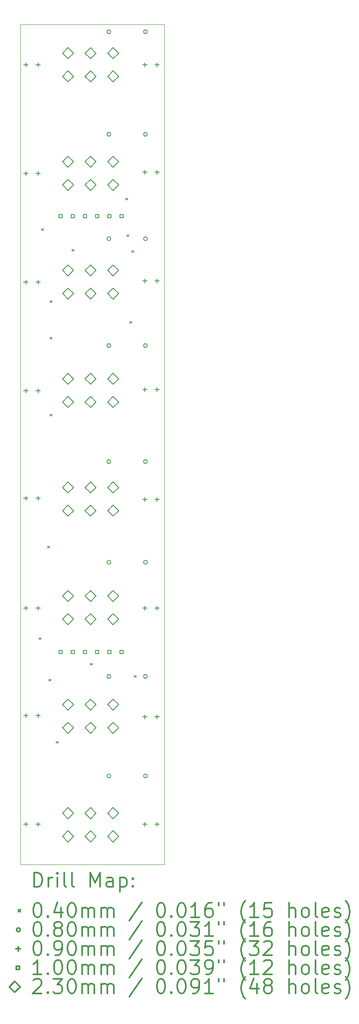
<source format=gbr>
%FSLAX45Y45*%
G04 Gerber Fmt 4.5, Leading zero omitted, Abs format (unit mm)*
G04 Created by KiCad (PCBNEW (5.1.5)-3) date 2020-05-19 17:08:53*
%MOMM*%
%LPD*%
G04 APERTURE LIST*
%TA.AperFunction,Profile*%
%ADD10C,0.050000*%
%TD*%
%ADD11C,0.200000*%
%ADD12C,0.300000*%
G04 APERTURE END LIST*
D10*
X11887200Y-19278600D02*
X14882200Y-19278600D01*
X14882200Y-1803400D02*
X14882200Y-19278600D01*
X11887200Y-1803400D02*
X11887200Y-19278600D01*
X11887200Y-1803400D02*
X14882200Y-1803400D01*
D11*
X12273600Y-14559600D02*
X12313600Y-14599600D01*
X12313600Y-14559600D02*
X12273600Y-14599600D01*
X12324400Y-6050600D02*
X12364400Y-6090600D01*
X12364400Y-6050600D02*
X12324400Y-6090600D01*
X12451400Y-12654600D02*
X12491400Y-12694600D01*
X12491400Y-12654600D02*
X12451400Y-12694600D01*
X12476800Y-15423200D02*
X12516800Y-15463200D01*
X12516800Y-15423200D02*
X12476800Y-15463200D01*
X12502200Y-7549200D02*
X12542200Y-7589200D01*
X12542200Y-7549200D02*
X12502200Y-7589200D01*
X12502200Y-8311200D02*
X12542200Y-8351200D01*
X12542200Y-8311200D02*
X12502200Y-8351200D01*
X12502200Y-9911400D02*
X12542200Y-9951400D01*
X12542200Y-9911400D02*
X12502200Y-9951400D01*
X12629200Y-16718600D02*
X12669200Y-16758600D01*
X12669200Y-16718600D02*
X12629200Y-16758600D01*
X12959400Y-6482400D02*
X12999400Y-6522400D01*
X12999400Y-6482400D02*
X12959400Y-6522400D01*
X13340400Y-15093000D02*
X13380400Y-15133000D01*
X13380400Y-15093000D02*
X13340400Y-15133000D01*
X14077000Y-5415600D02*
X14117000Y-5455600D01*
X14117000Y-5415600D02*
X14077000Y-5455600D01*
X14102400Y-6177600D02*
X14142400Y-6217600D01*
X14142400Y-6177600D02*
X14102400Y-6217600D01*
X14162000Y-7981000D02*
X14202000Y-8021000D01*
X14202000Y-7981000D02*
X14162000Y-8021000D01*
X14204000Y-6507800D02*
X14244000Y-6547800D01*
X14244000Y-6507800D02*
X14204000Y-6547800D01*
X14254800Y-15347000D02*
X14294800Y-15387000D01*
X14294800Y-15347000D02*
X14254800Y-15387000D01*
X13768700Y-12992100D02*
G75*
G03X13768700Y-12992100I-40000J0D01*
G01*
X14530700Y-12992100D02*
G75*
G03X14530700Y-12992100I-40000J0D01*
G01*
X13768700Y-17437100D02*
G75*
G03X13768700Y-17437100I-40000J0D01*
G01*
X14530700Y-17437100D02*
G75*
G03X14530700Y-17437100I-40000J0D01*
G01*
X13768700Y-1955800D02*
G75*
G03X13768700Y-1955800I-40000J0D01*
G01*
X14530700Y-1955800D02*
G75*
G03X14530700Y-1955800I-40000J0D01*
G01*
X13768700Y-10896600D02*
G75*
G03X13768700Y-10896600I-40000J0D01*
G01*
X14530700Y-10896600D02*
G75*
G03X14530700Y-10896600I-40000J0D01*
G01*
X13768700Y-8483600D02*
G75*
G03X13768700Y-8483600I-40000J0D01*
G01*
X14530700Y-8483600D02*
G75*
G03X14530700Y-8483600I-40000J0D01*
G01*
X13768700Y-4089400D02*
G75*
G03X13768700Y-4089400I-40000J0D01*
G01*
X14530700Y-4089400D02*
G75*
G03X14530700Y-4089400I-40000J0D01*
G01*
X13768700Y-6261100D02*
G75*
G03X13768700Y-6261100I-40000J0D01*
G01*
X14530700Y-6261100D02*
G75*
G03X14530700Y-6261100I-40000J0D01*
G01*
X13768700Y-15367000D02*
G75*
G03X13768700Y-15367000I-40000J0D01*
G01*
X14530700Y-15367000D02*
G75*
G03X14530700Y-15367000I-40000J0D01*
G01*
X12001500Y-11613600D02*
X12001500Y-11703600D01*
X11956500Y-11658600D02*
X12046500Y-11658600D01*
X12255500Y-11613600D02*
X12255500Y-11703600D01*
X12210500Y-11658600D02*
X12300500Y-11658600D01*
X12001500Y-4857200D02*
X12001500Y-4947200D01*
X11956500Y-4902200D02*
X12046500Y-4902200D01*
X12255500Y-4857200D02*
X12255500Y-4947200D01*
X12210500Y-4902200D02*
X12300500Y-4902200D01*
X14478000Y-9353000D02*
X14478000Y-9443000D01*
X14433000Y-9398000D02*
X14523000Y-9398000D01*
X14732000Y-9353000D02*
X14732000Y-9443000D01*
X14687000Y-9398000D02*
X14777000Y-9398000D01*
X14478000Y-4831800D02*
X14478000Y-4921800D01*
X14433000Y-4876800D02*
X14523000Y-4876800D01*
X14732000Y-4831800D02*
X14732000Y-4921800D01*
X14687000Y-4876800D02*
X14777000Y-4876800D01*
X12001500Y-7117800D02*
X12001500Y-7207800D01*
X11956500Y-7162800D02*
X12046500Y-7162800D01*
X12255500Y-7117800D02*
X12255500Y-7207800D01*
X12210500Y-7162800D02*
X12300500Y-7162800D01*
X12001500Y-9378400D02*
X12001500Y-9468400D01*
X11956500Y-9423400D02*
X12046500Y-9423400D01*
X12255500Y-9378400D02*
X12255500Y-9468400D01*
X12210500Y-9423400D02*
X12300500Y-9423400D01*
X14478000Y-16160200D02*
X14478000Y-16250200D01*
X14433000Y-16205200D02*
X14523000Y-16205200D01*
X14732000Y-16160200D02*
X14732000Y-16250200D01*
X14687000Y-16205200D02*
X14777000Y-16205200D01*
X12001500Y-2596600D02*
X12001500Y-2686600D01*
X11956500Y-2641600D02*
X12046500Y-2641600D01*
X12255500Y-2596600D02*
X12255500Y-2686600D01*
X12210500Y-2641600D02*
X12300500Y-2641600D01*
X14478000Y-7092400D02*
X14478000Y-7182400D01*
X14433000Y-7137400D02*
X14523000Y-7137400D01*
X14732000Y-7092400D02*
X14732000Y-7182400D01*
X14687000Y-7137400D02*
X14777000Y-7137400D01*
X12001500Y-18395400D02*
X12001500Y-18485400D01*
X11956500Y-18440400D02*
X12046500Y-18440400D01*
X12255500Y-18395400D02*
X12255500Y-18485400D01*
X12210500Y-18440400D02*
X12300500Y-18440400D01*
X12001500Y-13899600D02*
X12001500Y-13989600D01*
X11956500Y-13944600D02*
X12046500Y-13944600D01*
X12255500Y-13899600D02*
X12255500Y-13989600D01*
X12210500Y-13944600D02*
X12300500Y-13944600D01*
X12001500Y-16134800D02*
X12001500Y-16224800D01*
X11956500Y-16179800D02*
X12046500Y-16179800D01*
X12255500Y-16134800D02*
X12255500Y-16224800D01*
X12210500Y-16179800D02*
X12300500Y-16179800D01*
X14478000Y-2596600D02*
X14478000Y-2686600D01*
X14433000Y-2641600D02*
X14523000Y-2641600D01*
X14732000Y-2596600D02*
X14732000Y-2686600D01*
X14687000Y-2641600D02*
X14777000Y-2641600D01*
X14478000Y-11639000D02*
X14478000Y-11729000D01*
X14433000Y-11684000D02*
X14523000Y-11684000D01*
X14732000Y-11639000D02*
X14732000Y-11729000D01*
X14687000Y-11684000D02*
X14777000Y-11684000D01*
X14478000Y-13899600D02*
X14478000Y-13989600D01*
X14433000Y-13944600D02*
X14523000Y-13944600D01*
X14732000Y-13899600D02*
X14732000Y-13989600D01*
X14687000Y-13944600D02*
X14777000Y-13944600D01*
X14478000Y-18395400D02*
X14478000Y-18485400D01*
X14433000Y-18440400D02*
X14523000Y-18440400D01*
X14732000Y-18395400D02*
X14732000Y-18485400D01*
X14687000Y-18440400D02*
X14777000Y-18440400D01*
X12760756Y-5826556D02*
X12760756Y-5755844D01*
X12690044Y-5755844D01*
X12690044Y-5826556D01*
X12760756Y-5826556D01*
X13014756Y-5826556D02*
X13014756Y-5755844D01*
X12944044Y-5755844D01*
X12944044Y-5826556D01*
X13014756Y-5826556D01*
X13268756Y-5826556D02*
X13268756Y-5755844D01*
X13198044Y-5755844D01*
X13198044Y-5826556D01*
X13268756Y-5826556D01*
X13522756Y-5826556D02*
X13522756Y-5755844D01*
X13452044Y-5755844D01*
X13452044Y-5826556D01*
X13522756Y-5826556D01*
X13776756Y-5826556D02*
X13776756Y-5755844D01*
X13706044Y-5755844D01*
X13706044Y-5826556D01*
X13776756Y-5826556D01*
X14030756Y-5826556D02*
X14030756Y-5755844D01*
X13960044Y-5755844D01*
X13960044Y-5826556D01*
X14030756Y-5826556D01*
X12760756Y-14894356D02*
X12760756Y-14823644D01*
X12690044Y-14823644D01*
X12690044Y-14894356D01*
X12760756Y-14894356D01*
X13014756Y-14894356D02*
X13014756Y-14823644D01*
X12944044Y-14823644D01*
X12944044Y-14894356D01*
X13014756Y-14894356D01*
X13268756Y-14894356D02*
X13268756Y-14823644D01*
X13198044Y-14823644D01*
X13198044Y-14894356D01*
X13268756Y-14894356D01*
X13522756Y-14894356D02*
X13522756Y-14823644D01*
X13452044Y-14823644D01*
X13452044Y-14894356D01*
X13522756Y-14894356D01*
X13776756Y-14894356D02*
X13776756Y-14823644D01*
X13706044Y-14823644D01*
X13706044Y-14894356D01*
X13776756Y-14894356D01*
X14030756Y-14894356D02*
X14030756Y-14823644D01*
X13960044Y-14823644D01*
X13960044Y-14894356D01*
X14030756Y-14894356D01*
X12877800Y-9291657D02*
X12992800Y-9176657D01*
X12877800Y-9061657D01*
X12762800Y-9176657D01*
X12877800Y-9291657D01*
X12877800Y-9774257D02*
X12992800Y-9659257D01*
X12877800Y-9544257D01*
X12762800Y-9659257D01*
X12877800Y-9774257D01*
X13347700Y-9291657D02*
X13462700Y-9176657D01*
X13347700Y-9061657D01*
X13232700Y-9176657D01*
X13347700Y-9291657D01*
X13347700Y-9774257D02*
X13462700Y-9659257D01*
X13347700Y-9544257D01*
X13232700Y-9659257D01*
X13347700Y-9774257D01*
X13817600Y-9291657D02*
X13932600Y-9176657D01*
X13817600Y-9061657D01*
X13702600Y-9176657D01*
X13817600Y-9291657D01*
X13817600Y-9774257D02*
X13932600Y-9659257D01*
X13817600Y-9544257D01*
X13702600Y-9659257D01*
X13817600Y-9774257D01*
X12877800Y-11550443D02*
X12992800Y-11435443D01*
X12877800Y-11320443D01*
X12762800Y-11435443D01*
X12877800Y-11550443D01*
X12877800Y-12033043D02*
X12992800Y-11918043D01*
X12877800Y-11803043D01*
X12762800Y-11918043D01*
X12877800Y-12033043D01*
X13347700Y-11550443D02*
X13462700Y-11435443D01*
X13347700Y-11320443D01*
X13232700Y-11435443D01*
X13347700Y-11550443D01*
X13347700Y-12033043D02*
X13462700Y-11918043D01*
X13347700Y-11803043D01*
X13232700Y-11918043D01*
X13347700Y-12033043D01*
X13817600Y-11550443D02*
X13932600Y-11435443D01*
X13817600Y-11320443D01*
X13702600Y-11435443D01*
X13817600Y-11550443D01*
X13817600Y-12033043D02*
X13932600Y-11918043D01*
X13817600Y-11803043D01*
X13702600Y-11918043D01*
X13817600Y-12033043D01*
X12877800Y-7032871D02*
X12992800Y-6917871D01*
X12877800Y-6802871D01*
X12762800Y-6917871D01*
X12877800Y-7032871D01*
X12877800Y-7515471D02*
X12992800Y-7400471D01*
X12877800Y-7285471D01*
X12762800Y-7400471D01*
X12877800Y-7515471D01*
X13347700Y-7032871D02*
X13462700Y-6917871D01*
X13347700Y-6802871D01*
X13232700Y-6917871D01*
X13347700Y-7032871D01*
X13347700Y-7515471D02*
X13462700Y-7400471D01*
X13347700Y-7285471D01*
X13232700Y-7400471D01*
X13347700Y-7515471D01*
X13817600Y-7032871D02*
X13932600Y-6917871D01*
X13817600Y-6802871D01*
X13702600Y-6917871D01*
X13817600Y-7032871D01*
X13817600Y-7515471D02*
X13932600Y-7400471D01*
X13817600Y-7285471D01*
X13702600Y-7400471D01*
X13817600Y-7515471D01*
X12877800Y-16068014D02*
X12992800Y-15953014D01*
X12877800Y-15838014D01*
X12762800Y-15953014D01*
X12877800Y-16068014D01*
X12877800Y-16550614D02*
X12992800Y-16435614D01*
X12877800Y-16320614D01*
X12762800Y-16435614D01*
X12877800Y-16550614D01*
X13347700Y-16068014D02*
X13462700Y-15953014D01*
X13347700Y-15838014D01*
X13232700Y-15953014D01*
X13347700Y-16068014D01*
X13347700Y-16550614D02*
X13462700Y-16435614D01*
X13347700Y-16320614D01*
X13232700Y-16435614D01*
X13347700Y-16550614D01*
X13817600Y-16068014D02*
X13932600Y-15953014D01*
X13817600Y-15838014D01*
X13702600Y-15953014D01*
X13817600Y-16068014D01*
X13817600Y-16550614D02*
X13932600Y-16435614D01*
X13817600Y-16320614D01*
X13702600Y-16435614D01*
X13817600Y-16550614D01*
X12877800Y-2515300D02*
X12992800Y-2400300D01*
X12877800Y-2285300D01*
X12762800Y-2400300D01*
X12877800Y-2515300D01*
X12877800Y-2997900D02*
X12992800Y-2882900D01*
X12877800Y-2767900D01*
X12762800Y-2882900D01*
X12877800Y-2997900D01*
X13347700Y-2515300D02*
X13462700Y-2400300D01*
X13347700Y-2285300D01*
X13232700Y-2400300D01*
X13347700Y-2515300D01*
X13347700Y-2997900D02*
X13462700Y-2882900D01*
X13347700Y-2767900D01*
X13232700Y-2882900D01*
X13347700Y-2997900D01*
X13817600Y-2515300D02*
X13932600Y-2400300D01*
X13817600Y-2285300D01*
X13702600Y-2400300D01*
X13817600Y-2515300D01*
X13817600Y-2997900D02*
X13932600Y-2882900D01*
X13817600Y-2767900D01*
X13702600Y-2882900D01*
X13817600Y-2997900D01*
X12877800Y-13809228D02*
X12992800Y-13694228D01*
X12877800Y-13579228D01*
X12762800Y-13694228D01*
X12877800Y-13809228D01*
X12877800Y-14291828D02*
X12992800Y-14176828D01*
X12877800Y-14061828D01*
X12762800Y-14176828D01*
X12877800Y-14291828D01*
X13347700Y-13809228D02*
X13462700Y-13694228D01*
X13347700Y-13579228D01*
X13232700Y-13694228D01*
X13347700Y-13809228D01*
X13347700Y-14291828D02*
X13462700Y-14176828D01*
X13347700Y-14061828D01*
X13232700Y-14176828D01*
X13347700Y-14291828D01*
X13817600Y-13809228D02*
X13932600Y-13694228D01*
X13817600Y-13579228D01*
X13702600Y-13694228D01*
X13817600Y-13809228D01*
X13817600Y-14291828D02*
X13932600Y-14176828D01*
X13817600Y-14061828D01*
X13702600Y-14176828D01*
X13817600Y-14291828D01*
X12877800Y-4774086D02*
X12992800Y-4659086D01*
X12877800Y-4544086D01*
X12762800Y-4659086D01*
X12877800Y-4774086D01*
X12877800Y-5256686D02*
X12992800Y-5141686D01*
X12877800Y-5026686D01*
X12762800Y-5141686D01*
X12877800Y-5256686D01*
X13347700Y-4774086D02*
X13462700Y-4659086D01*
X13347700Y-4544086D01*
X13232700Y-4659086D01*
X13347700Y-4774086D01*
X13347700Y-5256686D02*
X13462700Y-5141686D01*
X13347700Y-5026686D01*
X13232700Y-5141686D01*
X13347700Y-5256686D01*
X13817600Y-4774086D02*
X13932600Y-4659086D01*
X13817600Y-4544086D01*
X13702600Y-4659086D01*
X13817600Y-4774086D01*
X13817600Y-5256686D02*
X13932600Y-5141686D01*
X13817600Y-5026686D01*
X13702600Y-5141686D01*
X13817600Y-5256686D01*
X12877800Y-18326800D02*
X12992800Y-18211800D01*
X12877800Y-18096800D01*
X12762800Y-18211800D01*
X12877800Y-18326800D01*
X12877800Y-18809400D02*
X12992800Y-18694400D01*
X12877800Y-18579400D01*
X12762800Y-18694400D01*
X12877800Y-18809400D01*
X13347700Y-18326800D02*
X13462700Y-18211800D01*
X13347700Y-18096800D01*
X13232700Y-18211800D01*
X13347700Y-18326800D01*
X13347700Y-18809400D02*
X13462700Y-18694400D01*
X13347700Y-18579400D01*
X13232700Y-18694400D01*
X13347700Y-18809400D01*
X13817600Y-18326800D02*
X13932600Y-18211800D01*
X13817600Y-18096800D01*
X13702600Y-18211800D01*
X13817600Y-18326800D01*
X13817600Y-18809400D02*
X13932600Y-18694400D01*
X13817600Y-18579400D01*
X13702600Y-18694400D01*
X13817600Y-18809400D01*
D12*
X12171128Y-19746814D02*
X12171128Y-19446814D01*
X12242557Y-19446814D01*
X12285414Y-19461100D01*
X12313986Y-19489672D01*
X12328271Y-19518243D01*
X12342557Y-19575386D01*
X12342557Y-19618243D01*
X12328271Y-19675386D01*
X12313986Y-19703957D01*
X12285414Y-19732529D01*
X12242557Y-19746814D01*
X12171128Y-19746814D01*
X12471128Y-19746814D02*
X12471128Y-19546814D01*
X12471128Y-19603957D02*
X12485414Y-19575386D01*
X12499700Y-19561100D01*
X12528271Y-19546814D01*
X12556843Y-19546814D01*
X12656843Y-19746814D02*
X12656843Y-19546814D01*
X12656843Y-19446814D02*
X12642557Y-19461100D01*
X12656843Y-19475386D01*
X12671128Y-19461100D01*
X12656843Y-19446814D01*
X12656843Y-19475386D01*
X12842557Y-19746814D02*
X12813986Y-19732529D01*
X12799700Y-19703957D01*
X12799700Y-19446814D01*
X12999700Y-19746814D02*
X12971128Y-19732529D01*
X12956843Y-19703957D01*
X12956843Y-19446814D01*
X13342557Y-19746814D02*
X13342557Y-19446814D01*
X13442557Y-19661100D01*
X13542557Y-19446814D01*
X13542557Y-19746814D01*
X13813986Y-19746814D02*
X13813986Y-19589672D01*
X13799700Y-19561100D01*
X13771128Y-19546814D01*
X13713986Y-19546814D01*
X13685414Y-19561100D01*
X13813986Y-19732529D02*
X13785414Y-19746814D01*
X13713986Y-19746814D01*
X13685414Y-19732529D01*
X13671128Y-19703957D01*
X13671128Y-19675386D01*
X13685414Y-19646814D01*
X13713986Y-19632529D01*
X13785414Y-19632529D01*
X13813986Y-19618243D01*
X13956843Y-19546814D02*
X13956843Y-19846814D01*
X13956843Y-19561100D02*
X13985414Y-19546814D01*
X14042557Y-19546814D01*
X14071128Y-19561100D01*
X14085414Y-19575386D01*
X14099700Y-19603957D01*
X14099700Y-19689672D01*
X14085414Y-19718243D01*
X14071128Y-19732529D01*
X14042557Y-19746814D01*
X13985414Y-19746814D01*
X13956843Y-19732529D01*
X14228271Y-19718243D02*
X14242557Y-19732529D01*
X14228271Y-19746814D01*
X14213986Y-19732529D01*
X14228271Y-19718243D01*
X14228271Y-19746814D01*
X14228271Y-19561100D02*
X14242557Y-19575386D01*
X14228271Y-19589672D01*
X14213986Y-19575386D01*
X14228271Y-19561100D01*
X14228271Y-19589672D01*
X11844700Y-20221100D02*
X11884700Y-20261100D01*
X11884700Y-20221100D02*
X11844700Y-20261100D01*
X12228271Y-20076814D02*
X12256843Y-20076814D01*
X12285414Y-20091100D01*
X12299700Y-20105386D01*
X12313986Y-20133957D01*
X12328271Y-20191100D01*
X12328271Y-20262529D01*
X12313986Y-20319672D01*
X12299700Y-20348243D01*
X12285414Y-20362529D01*
X12256843Y-20376814D01*
X12228271Y-20376814D01*
X12199700Y-20362529D01*
X12185414Y-20348243D01*
X12171128Y-20319672D01*
X12156843Y-20262529D01*
X12156843Y-20191100D01*
X12171128Y-20133957D01*
X12185414Y-20105386D01*
X12199700Y-20091100D01*
X12228271Y-20076814D01*
X12456843Y-20348243D02*
X12471128Y-20362529D01*
X12456843Y-20376814D01*
X12442557Y-20362529D01*
X12456843Y-20348243D01*
X12456843Y-20376814D01*
X12728271Y-20176814D02*
X12728271Y-20376814D01*
X12656843Y-20062529D02*
X12585414Y-20276814D01*
X12771128Y-20276814D01*
X12942557Y-20076814D02*
X12971128Y-20076814D01*
X12999700Y-20091100D01*
X13013986Y-20105386D01*
X13028271Y-20133957D01*
X13042557Y-20191100D01*
X13042557Y-20262529D01*
X13028271Y-20319672D01*
X13013986Y-20348243D01*
X12999700Y-20362529D01*
X12971128Y-20376814D01*
X12942557Y-20376814D01*
X12913986Y-20362529D01*
X12899700Y-20348243D01*
X12885414Y-20319672D01*
X12871128Y-20262529D01*
X12871128Y-20191100D01*
X12885414Y-20133957D01*
X12899700Y-20105386D01*
X12913986Y-20091100D01*
X12942557Y-20076814D01*
X13171128Y-20376814D02*
X13171128Y-20176814D01*
X13171128Y-20205386D02*
X13185414Y-20191100D01*
X13213986Y-20176814D01*
X13256843Y-20176814D01*
X13285414Y-20191100D01*
X13299700Y-20219672D01*
X13299700Y-20376814D01*
X13299700Y-20219672D02*
X13313986Y-20191100D01*
X13342557Y-20176814D01*
X13385414Y-20176814D01*
X13413986Y-20191100D01*
X13428271Y-20219672D01*
X13428271Y-20376814D01*
X13571128Y-20376814D02*
X13571128Y-20176814D01*
X13571128Y-20205386D02*
X13585414Y-20191100D01*
X13613986Y-20176814D01*
X13656843Y-20176814D01*
X13685414Y-20191100D01*
X13699700Y-20219672D01*
X13699700Y-20376814D01*
X13699700Y-20219672D02*
X13713986Y-20191100D01*
X13742557Y-20176814D01*
X13785414Y-20176814D01*
X13813986Y-20191100D01*
X13828271Y-20219672D01*
X13828271Y-20376814D01*
X14413986Y-20062529D02*
X14156843Y-20448243D01*
X14799700Y-20076814D02*
X14828271Y-20076814D01*
X14856843Y-20091100D01*
X14871128Y-20105386D01*
X14885414Y-20133957D01*
X14899700Y-20191100D01*
X14899700Y-20262529D01*
X14885414Y-20319672D01*
X14871128Y-20348243D01*
X14856843Y-20362529D01*
X14828271Y-20376814D01*
X14799700Y-20376814D01*
X14771128Y-20362529D01*
X14756843Y-20348243D01*
X14742557Y-20319672D01*
X14728271Y-20262529D01*
X14728271Y-20191100D01*
X14742557Y-20133957D01*
X14756843Y-20105386D01*
X14771128Y-20091100D01*
X14799700Y-20076814D01*
X15028271Y-20348243D02*
X15042557Y-20362529D01*
X15028271Y-20376814D01*
X15013986Y-20362529D01*
X15028271Y-20348243D01*
X15028271Y-20376814D01*
X15228271Y-20076814D02*
X15256843Y-20076814D01*
X15285414Y-20091100D01*
X15299700Y-20105386D01*
X15313986Y-20133957D01*
X15328271Y-20191100D01*
X15328271Y-20262529D01*
X15313986Y-20319672D01*
X15299700Y-20348243D01*
X15285414Y-20362529D01*
X15256843Y-20376814D01*
X15228271Y-20376814D01*
X15199700Y-20362529D01*
X15185414Y-20348243D01*
X15171128Y-20319672D01*
X15156843Y-20262529D01*
X15156843Y-20191100D01*
X15171128Y-20133957D01*
X15185414Y-20105386D01*
X15199700Y-20091100D01*
X15228271Y-20076814D01*
X15613986Y-20376814D02*
X15442557Y-20376814D01*
X15528271Y-20376814D02*
X15528271Y-20076814D01*
X15499700Y-20119672D01*
X15471128Y-20148243D01*
X15442557Y-20162529D01*
X15871128Y-20076814D02*
X15813986Y-20076814D01*
X15785414Y-20091100D01*
X15771128Y-20105386D01*
X15742557Y-20148243D01*
X15728271Y-20205386D01*
X15728271Y-20319672D01*
X15742557Y-20348243D01*
X15756843Y-20362529D01*
X15785414Y-20376814D01*
X15842557Y-20376814D01*
X15871128Y-20362529D01*
X15885414Y-20348243D01*
X15899700Y-20319672D01*
X15899700Y-20248243D01*
X15885414Y-20219672D01*
X15871128Y-20205386D01*
X15842557Y-20191100D01*
X15785414Y-20191100D01*
X15756843Y-20205386D01*
X15742557Y-20219672D01*
X15728271Y-20248243D01*
X16013986Y-20076814D02*
X16013986Y-20133957D01*
X16128271Y-20076814D02*
X16128271Y-20133957D01*
X16571128Y-20491100D02*
X16556843Y-20476814D01*
X16528271Y-20433957D01*
X16513986Y-20405386D01*
X16499700Y-20362529D01*
X16485414Y-20291100D01*
X16485414Y-20233957D01*
X16499700Y-20162529D01*
X16513986Y-20119672D01*
X16528271Y-20091100D01*
X16556843Y-20048243D01*
X16571128Y-20033957D01*
X16842557Y-20376814D02*
X16671128Y-20376814D01*
X16756843Y-20376814D02*
X16756843Y-20076814D01*
X16728271Y-20119672D01*
X16699700Y-20148243D01*
X16671128Y-20162529D01*
X17113986Y-20076814D02*
X16971128Y-20076814D01*
X16956843Y-20219672D01*
X16971128Y-20205386D01*
X16999700Y-20191100D01*
X17071128Y-20191100D01*
X17099700Y-20205386D01*
X17113986Y-20219672D01*
X17128271Y-20248243D01*
X17128271Y-20319672D01*
X17113986Y-20348243D01*
X17099700Y-20362529D01*
X17071128Y-20376814D01*
X16999700Y-20376814D01*
X16971128Y-20362529D01*
X16956843Y-20348243D01*
X17485414Y-20376814D02*
X17485414Y-20076814D01*
X17613986Y-20376814D02*
X17613986Y-20219672D01*
X17599700Y-20191100D01*
X17571128Y-20176814D01*
X17528271Y-20176814D01*
X17499700Y-20191100D01*
X17485414Y-20205386D01*
X17799700Y-20376814D02*
X17771128Y-20362529D01*
X17756843Y-20348243D01*
X17742557Y-20319672D01*
X17742557Y-20233957D01*
X17756843Y-20205386D01*
X17771128Y-20191100D01*
X17799700Y-20176814D01*
X17842557Y-20176814D01*
X17871128Y-20191100D01*
X17885414Y-20205386D01*
X17899700Y-20233957D01*
X17899700Y-20319672D01*
X17885414Y-20348243D01*
X17871128Y-20362529D01*
X17842557Y-20376814D01*
X17799700Y-20376814D01*
X18071128Y-20376814D02*
X18042557Y-20362529D01*
X18028271Y-20333957D01*
X18028271Y-20076814D01*
X18299700Y-20362529D02*
X18271128Y-20376814D01*
X18213986Y-20376814D01*
X18185414Y-20362529D01*
X18171128Y-20333957D01*
X18171128Y-20219672D01*
X18185414Y-20191100D01*
X18213986Y-20176814D01*
X18271128Y-20176814D01*
X18299700Y-20191100D01*
X18313986Y-20219672D01*
X18313986Y-20248243D01*
X18171128Y-20276814D01*
X18428271Y-20362529D02*
X18456843Y-20376814D01*
X18513986Y-20376814D01*
X18542557Y-20362529D01*
X18556843Y-20333957D01*
X18556843Y-20319672D01*
X18542557Y-20291100D01*
X18513986Y-20276814D01*
X18471128Y-20276814D01*
X18442557Y-20262529D01*
X18428271Y-20233957D01*
X18428271Y-20219672D01*
X18442557Y-20191100D01*
X18471128Y-20176814D01*
X18513986Y-20176814D01*
X18542557Y-20191100D01*
X18656843Y-20491100D02*
X18671128Y-20476814D01*
X18699700Y-20433957D01*
X18713986Y-20405386D01*
X18728271Y-20362529D01*
X18742557Y-20291100D01*
X18742557Y-20233957D01*
X18728271Y-20162529D01*
X18713986Y-20119672D01*
X18699700Y-20091100D01*
X18671128Y-20048243D01*
X18656843Y-20033957D01*
X11884700Y-20637100D02*
G75*
G03X11884700Y-20637100I-40000J0D01*
G01*
X12228271Y-20472814D02*
X12256843Y-20472814D01*
X12285414Y-20487100D01*
X12299700Y-20501386D01*
X12313986Y-20529957D01*
X12328271Y-20587100D01*
X12328271Y-20658529D01*
X12313986Y-20715672D01*
X12299700Y-20744243D01*
X12285414Y-20758529D01*
X12256843Y-20772814D01*
X12228271Y-20772814D01*
X12199700Y-20758529D01*
X12185414Y-20744243D01*
X12171128Y-20715672D01*
X12156843Y-20658529D01*
X12156843Y-20587100D01*
X12171128Y-20529957D01*
X12185414Y-20501386D01*
X12199700Y-20487100D01*
X12228271Y-20472814D01*
X12456843Y-20744243D02*
X12471128Y-20758529D01*
X12456843Y-20772814D01*
X12442557Y-20758529D01*
X12456843Y-20744243D01*
X12456843Y-20772814D01*
X12642557Y-20601386D02*
X12613986Y-20587100D01*
X12599700Y-20572814D01*
X12585414Y-20544243D01*
X12585414Y-20529957D01*
X12599700Y-20501386D01*
X12613986Y-20487100D01*
X12642557Y-20472814D01*
X12699700Y-20472814D01*
X12728271Y-20487100D01*
X12742557Y-20501386D01*
X12756843Y-20529957D01*
X12756843Y-20544243D01*
X12742557Y-20572814D01*
X12728271Y-20587100D01*
X12699700Y-20601386D01*
X12642557Y-20601386D01*
X12613986Y-20615672D01*
X12599700Y-20629957D01*
X12585414Y-20658529D01*
X12585414Y-20715672D01*
X12599700Y-20744243D01*
X12613986Y-20758529D01*
X12642557Y-20772814D01*
X12699700Y-20772814D01*
X12728271Y-20758529D01*
X12742557Y-20744243D01*
X12756843Y-20715672D01*
X12756843Y-20658529D01*
X12742557Y-20629957D01*
X12728271Y-20615672D01*
X12699700Y-20601386D01*
X12942557Y-20472814D02*
X12971128Y-20472814D01*
X12999700Y-20487100D01*
X13013986Y-20501386D01*
X13028271Y-20529957D01*
X13042557Y-20587100D01*
X13042557Y-20658529D01*
X13028271Y-20715672D01*
X13013986Y-20744243D01*
X12999700Y-20758529D01*
X12971128Y-20772814D01*
X12942557Y-20772814D01*
X12913986Y-20758529D01*
X12899700Y-20744243D01*
X12885414Y-20715672D01*
X12871128Y-20658529D01*
X12871128Y-20587100D01*
X12885414Y-20529957D01*
X12899700Y-20501386D01*
X12913986Y-20487100D01*
X12942557Y-20472814D01*
X13171128Y-20772814D02*
X13171128Y-20572814D01*
X13171128Y-20601386D02*
X13185414Y-20587100D01*
X13213986Y-20572814D01*
X13256843Y-20572814D01*
X13285414Y-20587100D01*
X13299700Y-20615672D01*
X13299700Y-20772814D01*
X13299700Y-20615672D02*
X13313986Y-20587100D01*
X13342557Y-20572814D01*
X13385414Y-20572814D01*
X13413986Y-20587100D01*
X13428271Y-20615672D01*
X13428271Y-20772814D01*
X13571128Y-20772814D02*
X13571128Y-20572814D01*
X13571128Y-20601386D02*
X13585414Y-20587100D01*
X13613986Y-20572814D01*
X13656843Y-20572814D01*
X13685414Y-20587100D01*
X13699700Y-20615672D01*
X13699700Y-20772814D01*
X13699700Y-20615672D02*
X13713986Y-20587100D01*
X13742557Y-20572814D01*
X13785414Y-20572814D01*
X13813986Y-20587100D01*
X13828271Y-20615672D01*
X13828271Y-20772814D01*
X14413986Y-20458529D02*
X14156843Y-20844243D01*
X14799700Y-20472814D02*
X14828271Y-20472814D01*
X14856843Y-20487100D01*
X14871128Y-20501386D01*
X14885414Y-20529957D01*
X14899700Y-20587100D01*
X14899700Y-20658529D01*
X14885414Y-20715672D01*
X14871128Y-20744243D01*
X14856843Y-20758529D01*
X14828271Y-20772814D01*
X14799700Y-20772814D01*
X14771128Y-20758529D01*
X14756843Y-20744243D01*
X14742557Y-20715672D01*
X14728271Y-20658529D01*
X14728271Y-20587100D01*
X14742557Y-20529957D01*
X14756843Y-20501386D01*
X14771128Y-20487100D01*
X14799700Y-20472814D01*
X15028271Y-20744243D02*
X15042557Y-20758529D01*
X15028271Y-20772814D01*
X15013986Y-20758529D01*
X15028271Y-20744243D01*
X15028271Y-20772814D01*
X15228271Y-20472814D02*
X15256843Y-20472814D01*
X15285414Y-20487100D01*
X15299700Y-20501386D01*
X15313986Y-20529957D01*
X15328271Y-20587100D01*
X15328271Y-20658529D01*
X15313986Y-20715672D01*
X15299700Y-20744243D01*
X15285414Y-20758529D01*
X15256843Y-20772814D01*
X15228271Y-20772814D01*
X15199700Y-20758529D01*
X15185414Y-20744243D01*
X15171128Y-20715672D01*
X15156843Y-20658529D01*
X15156843Y-20587100D01*
X15171128Y-20529957D01*
X15185414Y-20501386D01*
X15199700Y-20487100D01*
X15228271Y-20472814D01*
X15428271Y-20472814D02*
X15613986Y-20472814D01*
X15513986Y-20587100D01*
X15556843Y-20587100D01*
X15585414Y-20601386D01*
X15599700Y-20615672D01*
X15613986Y-20644243D01*
X15613986Y-20715672D01*
X15599700Y-20744243D01*
X15585414Y-20758529D01*
X15556843Y-20772814D01*
X15471128Y-20772814D01*
X15442557Y-20758529D01*
X15428271Y-20744243D01*
X15899700Y-20772814D02*
X15728271Y-20772814D01*
X15813986Y-20772814D02*
X15813986Y-20472814D01*
X15785414Y-20515672D01*
X15756843Y-20544243D01*
X15728271Y-20558529D01*
X16013986Y-20472814D02*
X16013986Y-20529957D01*
X16128271Y-20472814D02*
X16128271Y-20529957D01*
X16571128Y-20887100D02*
X16556843Y-20872814D01*
X16528271Y-20829957D01*
X16513986Y-20801386D01*
X16499700Y-20758529D01*
X16485414Y-20687100D01*
X16485414Y-20629957D01*
X16499700Y-20558529D01*
X16513986Y-20515672D01*
X16528271Y-20487100D01*
X16556843Y-20444243D01*
X16571128Y-20429957D01*
X16842557Y-20772814D02*
X16671128Y-20772814D01*
X16756843Y-20772814D02*
X16756843Y-20472814D01*
X16728271Y-20515672D01*
X16699700Y-20544243D01*
X16671128Y-20558529D01*
X17099700Y-20472814D02*
X17042557Y-20472814D01*
X17013986Y-20487100D01*
X16999700Y-20501386D01*
X16971128Y-20544243D01*
X16956843Y-20601386D01*
X16956843Y-20715672D01*
X16971128Y-20744243D01*
X16985414Y-20758529D01*
X17013986Y-20772814D01*
X17071128Y-20772814D01*
X17099700Y-20758529D01*
X17113986Y-20744243D01*
X17128271Y-20715672D01*
X17128271Y-20644243D01*
X17113986Y-20615672D01*
X17099700Y-20601386D01*
X17071128Y-20587100D01*
X17013986Y-20587100D01*
X16985414Y-20601386D01*
X16971128Y-20615672D01*
X16956843Y-20644243D01*
X17485414Y-20772814D02*
X17485414Y-20472814D01*
X17613986Y-20772814D02*
X17613986Y-20615672D01*
X17599700Y-20587100D01*
X17571128Y-20572814D01*
X17528271Y-20572814D01*
X17499700Y-20587100D01*
X17485414Y-20601386D01*
X17799700Y-20772814D02*
X17771128Y-20758529D01*
X17756843Y-20744243D01*
X17742557Y-20715672D01*
X17742557Y-20629957D01*
X17756843Y-20601386D01*
X17771128Y-20587100D01*
X17799700Y-20572814D01*
X17842557Y-20572814D01*
X17871128Y-20587100D01*
X17885414Y-20601386D01*
X17899700Y-20629957D01*
X17899700Y-20715672D01*
X17885414Y-20744243D01*
X17871128Y-20758529D01*
X17842557Y-20772814D01*
X17799700Y-20772814D01*
X18071128Y-20772814D02*
X18042557Y-20758529D01*
X18028271Y-20729957D01*
X18028271Y-20472814D01*
X18299700Y-20758529D02*
X18271128Y-20772814D01*
X18213986Y-20772814D01*
X18185414Y-20758529D01*
X18171128Y-20729957D01*
X18171128Y-20615672D01*
X18185414Y-20587100D01*
X18213986Y-20572814D01*
X18271128Y-20572814D01*
X18299700Y-20587100D01*
X18313986Y-20615672D01*
X18313986Y-20644243D01*
X18171128Y-20672814D01*
X18428271Y-20758529D02*
X18456843Y-20772814D01*
X18513986Y-20772814D01*
X18542557Y-20758529D01*
X18556843Y-20729957D01*
X18556843Y-20715672D01*
X18542557Y-20687100D01*
X18513986Y-20672814D01*
X18471128Y-20672814D01*
X18442557Y-20658529D01*
X18428271Y-20629957D01*
X18428271Y-20615672D01*
X18442557Y-20587100D01*
X18471128Y-20572814D01*
X18513986Y-20572814D01*
X18542557Y-20587100D01*
X18656843Y-20887100D02*
X18671128Y-20872814D01*
X18699700Y-20829957D01*
X18713986Y-20801386D01*
X18728271Y-20758529D01*
X18742557Y-20687100D01*
X18742557Y-20629957D01*
X18728271Y-20558529D01*
X18713986Y-20515672D01*
X18699700Y-20487100D01*
X18671128Y-20444243D01*
X18656843Y-20429957D01*
X11839700Y-20988100D02*
X11839700Y-21078100D01*
X11794700Y-21033100D02*
X11884700Y-21033100D01*
X12228271Y-20868814D02*
X12256843Y-20868814D01*
X12285414Y-20883100D01*
X12299700Y-20897386D01*
X12313986Y-20925957D01*
X12328271Y-20983100D01*
X12328271Y-21054529D01*
X12313986Y-21111672D01*
X12299700Y-21140243D01*
X12285414Y-21154529D01*
X12256843Y-21168814D01*
X12228271Y-21168814D01*
X12199700Y-21154529D01*
X12185414Y-21140243D01*
X12171128Y-21111672D01*
X12156843Y-21054529D01*
X12156843Y-20983100D01*
X12171128Y-20925957D01*
X12185414Y-20897386D01*
X12199700Y-20883100D01*
X12228271Y-20868814D01*
X12456843Y-21140243D02*
X12471128Y-21154529D01*
X12456843Y-21168814D01*
X12442557Y-21154529D01*
X12456843Y-21140243D01*
X12456843Y-21168814D01*
X12613986Y-21168814D02*
X12671128Y-21168814D01*
X12699700Y-21154529D01*
X12713986Y-21140243D01*
X12742557Y-21097386D01*
X12756843Y-21040243D01*
X12756843Y-20925957D01*
X12742557Y-20897386D01*
X12728271Y-20883100D01*
X12699700Y-20868814D01*
X12642557Y-20868814D01*
X12613986Y-20883100D01*
X12599700Y-20897386D01*
X12585414Y-20925957D01*
X12585414Y-20997386D01*
X12599700Y-21025957D01*
X12613986Y-21040243D01*
X12642557Y-21054529D01*
X12699700Y-21054529D01*
X12728271Y-21040243D01*
X12742557Y-21025957D01*
X12756843Y-20997386D01*
X12942557Y-20868814D02*
X12971128Y-20868814D01*
X12999700Y-20883100D01*
X13013986Y-20897386D01*
X13028271Y-20925957D01*
X13042557Y-20983100D01*
X13042557Y-21054529D01*
X13028271Y-21111672D01*
X13013986Y-21140243D01*
X12999700Y-21154529D01*
X12971128Y-21168814D01*
X12942557Y-21168814D01*
X12913986Y-21154529D01*
X12899700Y-21140243D01*
X12885414Y-21111672D01*
X12871128Y-21054529D01*
X12871128Y-20983100D01*
X12885414Y-20925957D01*
X12899700Y-20897386D01*
X12913986Y-20883100D01*
X12942557Y-20868814D01*
X13171128Y-21168814D02*
X13171128Y-20968814D01*
X13171128Y-20997386D02*
X13185414Y-20983100D01*
X13213986Y-20968814D01*
X13256843Y-20968814D01*
X13285414Y-20983100D01*
X13299700Y-21011672D01*
X13299700Y-21168814D01*
X13299700Y-21011672D02*
X13313986Y-20983100D01*
X13342557Y-20968814D01*
X13385414Y-20968814D01*
X13413986Y-20983100D01*
X13428271Y-21011672D01*
X13428271Y-21168814D01*
X13571128Y-21168814D02*
X13571128Y-20968814D01*
X13571128Y-20997386D02*
X13585414Y-20983100D01*
X13613986Y-20968814D01*
X13656843Y-20968814D01*
X13685414Y-20983100D01*
X13699700Y-21011672D01*
X13699700Y-21168814D01*
X13699700Y-21011672D02*
X13713986Y-20983100D01*
X13742557Y-20968814D01*
X13785414Y-20968814D01*
X13813986Y-20983100D01*
X13828271Y-21011672D01*
X13828271Y-21168814D01*
X14413986Y-20854529D02*
X14156843Y-21240243D01*
X14799700Y-20868814D02*
X14828271Y-20868814D01*
X14856843Y-20883100D01*
X14871128Y-20897386D01*
X14885414Y-20925957D01*
X14899700Y-20983100D01*
X14899700Y-21054529D01*
X14885414Y-21111672D01*
X14871128Y-21140243D01*
X14856843Y-21154529D01*
X14828271Y-21168814D01*
X14799700Y-21168814D01*
X14771128Y-21154529D01*
X14756843Y-21140243D01*
X14742557Y-21111672D01*
X14728271Y-21054529D01*
X14728271Y-20983100D01*
X14742557Y-20925957D01*
X14756843Y-20897386D01*
X14771128Y-20883100D01*
X14799700Y-20868814D01*
X15028271Y-21140243D02*
X15042557Y-21154529D01*
X15028271Y-21168814D01*
X15013986Y-21154529D01*
X15028271Y-21140243D01*
X15028271Y-21168814D01*
X15228271Y-20868814D02*
X15256843Y-20868814D01*
X15285414Y-20883100D01*
X15299700Y-20897386D01*
X15313986Y-20925957D01*
X15328271Y-20983100D01*
X15328271Y-21054529D01*
X15313986Y-21111672D01*
X15299700Y-21140243D01*
X15285414Y-21154529D01*
X15256843Y-21168814D01*
X15228271Y-21168814D01*
X15199700Y-21154529D01*
X15185414Y-21140243D01*
X15171128Y-21111672D01*
X15156843Y-21054529D01*
X15156843Y-20983100D01*
X15171128Y-20925957D01*
X15185414Y-20897386D01*
X15199700Y-20883100D01*
X15228271Y-20868814D01*
X15428271Y-20868814D02*
X15613986Y-20868814D01*
X15513986Y-20983100D01*
X15556843Y-20983100D01*
X15585414Y-20997386D01*
X15599700Y-21011672D01*
X15613986Y-21040243D01*
X15613986Y-21111672D01*
X15599700Y-21140243D01*
X15585414Y-21154529D01*
X15556843Y-21168814D01*
X15471128Y-21168814D01*
X15442557Y-21154529D01*
X15428271Y-21140243D01*
X15885414Y-20868814D02*
X15742557Y-20868814D01*
X15728271Y-21011672D01*
X15742557Y-20997386D01*
X15771128Y-20983100D01*
X15842557Y-20983100D01*
X15871128Y-20997386D01*
X15885414Y-21011672D01*
X15899700Y-21040243D01*
X15899700Y-21111672D01*
X15885414Y-21140243D01*
X15871128Y-21154529D01*
X15842557Y-21168814D01*
X15771128Y-21168814D01*
X15742557Y-21154529D01*
X15728271Y-21140243D01*
X16013986Y-20868814D02*
X16013986Y-20925957D01*
X16128271Y-20868814D02*
X16128271Y-20925957D01*
X16571128Y-21283100D02*
X16556843Y-21268814D01*
X16528271Y-21225957D01*
X16513986Y-21197386D01*
X16499700Y-21154529D01*
X16485414Y-21083100D01*
X16485414Y-21025957D01*
X16499700Y-20954529D01*
X16513986Y-20911672D01*
X16528271Y-20883100D01*
X16556843Y-20840243D01*
X16571128Y-20825957D01*
X16656843Y-20868814D02*
X16842557Y-20868814D01*
X16742557Y-20983100D01*
X16785414Y-20983100D01*
X16813986Y-20997386D01*
X16828271Y-21011672D01*
X16842557Y-21040243D01*
X16842557Y-21111672D01*
X16828271Y-21140243D01*
X16813986Y-21154529D01*
X16785414Y-21168814D01*
X16699700Y-21168814D01*
X16671128Y-21154529D01*
X16656843Y-21140243D01*
X16956843Y-20897386D02*
X16971128Y-20883100D01*
X16999700Y-20868814D01*
X17071128Y-20868814D01*
X17099700Y-20883100D01*
X17113986Y-20897386D01*
X17128271Y-20925957D01*
X17128271Y-20954529D01*
X17113986Y-20997386D01*
X16942557Y-21168814D01*
X17128271Y-21168814D01*
X17485414Y-21168814D02*
X17485414Y-20868814D01*
X17613986Y-21168814D02*
X17613986Y-21011672D01*
X17599700Y-20983100D01*
X17571128Y-20968814D01*
X17528271Y-20968814D01*
X17499700Y-20983100D01*
X17485414Y-20997386D01*
X17799700Y-21168814D02*
X17771128Y-21154529D01*
X17756843Y-21140243D01*
X17742557Y-21111672D01*
X17742557Y-21025957D01*
X17756843Y-20997386D01*
X17771128Y-20983100D01*
X17799700Y-20968814D01*
X17842557Y-20968814D01*
X17871128Y-20983100D01*
X17885414Y-20997386D01*
X17899700Y-21025957D01*
X17899700Y-21111672D01*
X17885414Y-21140243D01*
X17871128Y-21154529D01*
X17842557Y-21168814D01*
X17799700Y-21168814D01*
X18071128Y-21168814D02*
X18042557Y-21154529D01*
X18028271Y-21125957D01*
X18028271Y-20868814D01*
X18299700Y-21154529D02*
X18271128Y-21168814D01*
X18213986Y-21168814D01*
X18185414Y-21154529D01*
X18171128Y-21125957D01*
X18171128Y-21011672D01*
X18185414Y-20983100D01*
X18213986Y-20968814D01*
X18271128Y-20968814D01*
X18299700Y-20983100D01*
X18313986Y-21011672D01*
X18313986Y-21040243D01*
X18171128Y-21068814D01*
X18428271Y-21154529D02*
X18456843Y-21168814D01*
X18513986Y-21168814D01*
X18542557Y-21154529D01*
X18556843Y-21125957D01*
X18556843Y-21111672D01*
X18542557Y-21083100D01*
X18513986Y-21068814D01*
X18471128Y-21068814D01*
X18442557Y-21054529D01*
X18428271Y-21025957D01*
X18428271Y-21011672D01*
X18442557Y-20983100D01*
X18471128Y-20968814D01*
X18513986Y-20968814D01*
X18542557Y-20983100D01*
X18656843Y-21283100D02*
X18671128Y-21268814D01*
X18699700Y-21225957D01*
X18713986Y-21197386D01*
X18728271Y-21154529D01*
X18742557Y-21083100D01*
X18742557Y-21025957D01*
X18728271Y-20954529D01*
X18713986Y-20911672D01*
X18699700Y-20883100D01*
X18671128Y-20840243D01*
X18656843Y-20825957D01*
X11870056Y-21464456D02*
X11870056Y-21393744D01*
X11799344Y-21393744D01*
X11799344Y-21464456D01*
X11870056Y-21464456D01*
X12328271Y-21564814D02*
X12156843Y-21564814D01*
X12242557Y-21564814D02*
X12242557Y-21264814D01*
X12213986Y-21307672D01*
X12185414Y-21336243D01*
X12156843Y-21350529D01*
X12456843Y-21536243D02*
X12471128Y-21550529D01*
X12456843Y-21564814D01*
X12442557Y-21550529D01*
X12456843Y-21536243D01*
X12456843Y-21564814D01*
X12656843Y-21264814D02*
X12685414Y-21264814D01*
X12713986Y-21279100D01*
X12728271Y-21293386D01*
X12742557Y-21321957D01*
X12756843Y-21379100D01*
X12756843Y-21450529D01*
X12742557Y-21507672D01*
X12728271Y-21536243D01*
X12713986Y-21550529D01*
X12685414Y-21564814D01*
X12656843Y-21564814D01*
X12628271Y-21550529D01*
X12613986Y-21536243D01*
X12599700Y-21507672D01*
X12585414Y-21450529D01*
X12585414Y-21379100D01*
X12599700Y-21321957D01*
X12613986Y-21293386D01*
X12628271Y-21279100D01*
X12656843Y-21264814D01*
X12942557Y-21264814D02*
X12971128Y-21264814D01*
X12999700Y-21279100D01*
X13013986Y-21293386D01*
X13028271Y-21321957D01*
X13042557Y-21379100D01*
X13042557Y-21450529D01*
X13028271Y-21507672D01*
X13013986Y-21536243D01*
X12999700Y-21550529D01*
X12971128Y-21564814D01*
X12942557Y-21564814D01*
X12913986Y-21550529D01*
X12899700Y-21536243D01*
X12885414Y-21507672D01*
X12871128Y-21450529D01*
X12871128Y-21379100D01*
X12885414Y-21321957D01*
X12899700Y-21293386D01*
X12913986Y-21279100D01*
X12942557Y-21264814D01*
X13171128Y-21564814D02*
X13171128Y-21364814D01*
X13171128Y-21393386D02*
X13185414Y-21379100D01*
X13213986Y-21364814D01*
X13256843Y-21364814D01*
X13285414Y-21379100D01*
X13299700Y-21407672D01*
X13299700Y-21564814D01*
X13299700Y-21407672D02*
X13313986Y-21379100D01*
X13342557Y-21364814D01*
X13385414Y-21364814D01*
X13413986Y-21379100D01*
X13428271Y-21407672D01*
X13428271Y-21564814D01*
X13571128Y-21564814D02*
X13571128Y-21364814D01*
X13571128Y-21393386D02*
X13585414Y-21379100D01*
X13613986Y-21364814D01*
X13656843Y-21364814D01*
X13685414Y-21379100D01*
X13699700Y-21407672D01*
X13699700Y-21564814D01*
X13699700Y-21407672D02*
X13713986Y-21379100D01*
X13742557Y-21364814D01*
X13785414Y-21364814D01*
X13813986Y-21379100D01*
X13828271Y-21407672D01*
X13828271Y-21564814D01*
X14413986Y-21250529D02*
X14156843Y-21636243D01*
X14799700Y-21264814D02*
X14828271Y-21264814D01*
X14856843Y-21279100D01*
X14871128Y-21293386D01*
X14885414Y-21321957D01*
X14899700Y-21379100D01*
X14899700Y-21450529D01*
X14885414Y-21507672D01*
X14871128Y-21536243D01*
X14856843Y-21550529D01*
X14828271Y-21564814D01*
X14799700Y-21564814D01*
X14771128Y-21550529D01*
X14756843Y-21536243D01*
X14742557Y-21507672D01*
X14728271Y-21450529D01*
X14728271Y-21379100D01*
X14742557Y-21321957D01*
X14756843Y-21293386D01*
X14771128Y-21279100D01*
X14799700Y-21264814D01*
X15028271Y-21536243D02*
X15042557Y-21550529D01*
X15028271Y-21564814D01*
X15013986Y-21550529D01*
X15028271Y-21536243D01*
X15028271Y-21564814D01*
X15228271Y-21264814D02*
X15256843Y-21264814D01*
X15285414Y-21279100D01*
X15299700Y-21293386D01*
X15313986Y-21321957D01*
X15328271Y-21379100D01*
X15328271Y-21450529D01*
X15313986Y-21507672D01*
X15299700Y-21536243D01*
X15285414Y-21550529D01*
X15256843Y-21564814D01*
X15228271Y-21564814D01*
X15199700Y-21550529D01*
X15185414Y-21536243D01*
X15171128Y-21507672D01*
X15156843Y-21450529D01*
X15156843Y-21379100D01*
X15171128Y-21321957D01*
X15185414Y-21293386D01*
X15199700Y-21279100D01*
X15228271Y-21264814D01*
X15428271Y-21264814D02*
X15613986Y-21264814D01*
X15513986Y-21379100D01*
X15556843Y-21379100D01*
X15585414Y-21393386D01*
X15599700Y-21407672D01*
X15613986Y-21436243D01*
X15613986Y-21507672D01*
X15599700Y-21536243D01*
X15585414Y-21550529D01*
X15556843Y-21564814D01*
X15471128Y-21564814D01*
X15442557Y-21550529D01*
X15428271Y-21536243D01*
X15756843Y-21564814D02*
X15813986Y-21564814D01*
X15842557Y-21550529D01*
X15856843Y-21536243D01*
X15885414Y-21493386D01*
X15899700Y-21436243D01*
X15899700Y-21321957D01*
X15885414Y-21293386D01*
X15871128Y-21279100D01*
X15842557Y-21264814D01*
X15785414Y-21264814D01*
X15756843Y-21279100D01*
X15742557Y-21293386D01*
X15728271Y-21321957D01*
X15728271Y-21393386D01*
X15742557Y-21421957D01*
X15756843Y-21436243D01*
X15785414Y-21450529D01*
X15842557Y-21450529D01*
X15871128Y-21436243D01*
X15885414Y-21421957D01*
X15899700Y-21393386D01*
X16013986Y-21264814D02*
X16013986Y-21321957D01*
X16128271Y-21264814D02*
X16128271Y-21321957D01*
X16571128Y-21679100D02*
X16556843Y-21664814D01*
X16528271Y-21621957D01*
X16513986Y-21593386D01*
X16499700Y-21550529D01*
X16485414Y-21479100D01*
X16485414Y-21421957D01*
X16499700Y-21350529D01*
X16513986Y-21307672D01*
X16528271Y-21279100D01*
X16556843Y-21236243D01*
X16571128Y-21221957D01*
X16842557Y-21564814D02*
X16671128Y-21564814D01*
X16756843Y-21564814D02*
X16756843Y-21264814D01*
X16728271Y-21307672D01*
X16699700Y-21336243D01*
X16671128Y-21350529D01*
X16956843Y-21293386D02*
X16971128Y-21279100D01*
X16999700Y-21264814D01*
X17071128Y-21264814D01*
X17099700Y-21279100D01*
X17113986Y-21293386D01*
X17128271Y-21321957D01*
X17128271Y-21350529D01*
X17113986Y-21393386D01*
X16942557Y-21564814D01*
X17128271Y-21564814D01*
X17485414Y-21564814D02*
X17485414Y-21264814D01*
X17613986Y-21564814D02*
X17613986Y-21407672D01*
X17599700Y-21379100D01*
X17571128Y-21364814D01*
X17528271Y-21364814D01*
X17499700Y-21379100D01*
X17485414Y-21393386D01*
X17799700Y-21564814D02*
X17771128Y-21550529D01*
X17756843Y-21536243D01*
X17742557Y-21507672D01*
X17742557Y-21421957D01*
X17756843Y-21393386D01*
X17771128Y-21379100D01*
X17799700Y-21364814D01*
X17842557Y-21364814D01*
X17871128Y-21379100D01*
X17885414Y-21393386D01*
X17899700Y-21421957D01*
X17899700Y-21507672D01*
X17885414Y-21536243D01*
X17871128Y-21550529D01*
X17842557Y-21564814D01*
X17799700Y-21564814D01*
X18071128Y-21564814D02*
X18042557Y-21550529D01*
X18028271Y-21521957D01*
X18028271Y-21264814D01*
X18299700Y-21550529D02*
X18271128Y-21564814D01*
X18213986Y-21564814D01*
X18185414Y-21550529D01*
X18171128Y-21521957D01*
X18171128Y-21407672D01*
X18185414Y-21379100D01*
X18213986Y-21364814D01*
X18271128Y-21364814D01*
X18299700Y-21379100D01*
X18313986Y-21407672D01*
X18313986Y-21436243D01*
X18171128Y-21464814D01*
X18428271Y-21550529D02*
X18456843Y-21564814D01*
X18513986Y-21564814D01*
X18542557Y-21550529D01*
X18556843Y-21521957D01*
X18556843Y-21507672D01*
X18542557Y-21479100D01*
X18513986Y-21464814D01*
X18471128Y-21464814D01*
X18442557Y-21450529D01*
X18428271Y-21421957D01*
X18428271Y-21407672D01*
X18442557Y-21379100D01*
X18471128Y-21364814D01*
X18513986Y-21364814D01*
X18542557Y-21379100D01*
X18656843Y-21679100D02*
X18671128Y-21664814D01*
X18699700Y-21621957D01*
X18713986Y-21593386D01*
X18728271Y-21550529D01*
X18742557Y-21479100D01*
X18742557Y-21421957D01*
X18728271Y-21350529D01*
X18713986Y-21307672D01*
X18699700Y-21279100D01*
X18671128Y-21236243D01*
X18656843Y-21221957D01*
X11769700Y-21940100D02*
X11884700Y-21825100D01*
X11769700Y-21710100D01*
X11654700Y-21825100D01*
X11769700Y-21940100D01*
X12156843Y-21689386D02*
X12171128Y-21675100D01*
X12199700Y-21660814D01*
X12271128Y-21660814D01*
X12299700Y-21675100D01*
X12313986Y-21689386D01*
X12328271Y-21717957D01*
X12328271Y-21746529D01*
X12313986Y-21789386D01*
X12142557Y-21960814D01*
X12328271Y-21960814D01*
X12456843Y-21932243D02*
X12471128Y-21946529D01*
X12456843Y-21960814D01*
X12442557Y-21946529D01*
X12456843Y-21932243D01*
X12456843Y-21960814D01*
X12571128Y-21660814D02*
X12756843Y-21660814D01*
X12656843Y-21775100D01*
X12699700Y-21775100D01*
X12728271Y-21789386D01*
X12742557Y-21803672D01*
X12756843Y-21832243D01*
X12756843Y-21903672D01*
X12742557Y-21932243D01*
X12728271Y-21946529D01*
X12699700Y-21960814D01*
X12613986Y-21960814D01*
X12585414Y-21946529D01*
X12571128Y-21932243D01*
X12942557Y-21660814D02*
X12971128Y-21660814D01*
X12999700Y-21675100D01*
X13013986Y-21689386D01*
X13028271Y-21717957D01*
X13042557Y-21775100D01*
X13042557Y-21846529D01*
X13028271Y-21903672D01*
X13013986Y-21932243D01*
X12999700Y-21946529D01*
X12971128Y-21960814D01*
X12942557Y-21960814D01*
X12913986Y-21946529D01*
X12899700Y-21932243D01*
X12885414Y-21903672D01*
X12871128Y-21846529D01*
X12871128Y-21775100D01*
X12885414Y-21717957D01*
X12899700Y-21689386D01*
X12913986Y-21675100D01*
X12942557Y-21660814D01*
X13171128Y-21960814D02*
X13171128Y-21760814D01*
X13171128Y-21789386D02*
X13185414Y-21775100D01*
X13213986Y-21760814D01*
X13256843Y-21760814D01*
X13285414Y-21775100D01*
X13299700Y-21803672D01*
X13299700Y-21960814D01*
X13299700Y-21803672D02*
X13313986Y-21775100D01*
X13342557Y-21760814D01*
X13385414Y-21760814D01*
X13413986Y-21775100D01*
X13428271Y-21803672D01*
X13428271Y-21960814D01*
X13571128Y-21960814D02*
X13571128Y-21760814D01*
X13571128Y-21789386D02*
X13585414Y-21775100D01*
X13613986Y-21760814D01*
X13656843Y-21760814D01*
X13685414Y-21775100D01*
X13699700Y-21803672D01*
X13699700Y-21960814D01*
X13699700Y-21803672D02*
X13713986Y-21775100D01*
X13742557Y-21760814D01*
X13785414Y-21760814D01*
X13813986Y-21775100D01*
X13828271Y-21803672D01*
X13828271Y-21960814D01*
X14413986Y-21646529D02*
X14156843Y-22032243D01*
X14799700Y-21660814D02*
X14828271Y-21660814D01*
X14856843Y-21675100D01*
X14871128Y-21689386D01*
X14885414Y-21717957D01*
X14899700Y-21775100D01*
X14899700Y-21846529D01*
X14885414Y-21903672D01*
X14871128Y-21932243D01*
X14856843Y-21946529D01*
X14828271Y-21960814D01*
X14799700Y-21960814D01*
X14771128Y-21946529D01*
X14756843Y-21932243D01*
X14742557Y-21903672D01*
X14728271Y-21846529D01*
X14728271Y-21775100D01*
X14742557Y-21717957D01*
X14756843Y-21689386D01*
X14771128Y-21675100D01*
X14799700Y-21660814D01*
X15028271Y-21932243D02*
X15042557Y-21946529D01*
X15028271Y-21960814D01*
X15013986Y-21946529D01*
X15028271Y-21932243D01*
X15028271Y-21960814D01*
X15228271Y-21660814D02*
X15256843Y-21660814D01*
X15285414Y-21675100D01*
X15299700Y-21689386D01*
X15313986Y-21717957D01*
X15328271Y-21775100D01*
X15328271Y-21846529D01*
X15313986Y-21903672D01*
X15299700Y-21932243D01*
X15285414Y-21946529D01*
X15256843Y-21960814D01*
X15228271Y-21960814D01*
X15199700Y-21946529D01*
X15185414Y-21932243D01*
X15171128Y-21903672D01*
X15156843Y-21846529D01*
X15156843Y-21775100D01*
X15171128Y-21717957D01*
X15185414Y-21689386D01*
X15199700Y-21675100D01*
X15228271Y-21660814D01*
X15471128Y-21960814D02*
X15528271Y-21960814D01*
X15556843Y-21946529D01*
X15571128Y-21932243D01*
X15599700Y-21889386D01*
X15613986Y-21832243D01*
X15613986Y-21717957D01*
X15599700Y-21689386D01*
X15585414Y-21675100D01*
X15556843Y-21660814D01*
X15499700Y-21660814D01*
X15471128Y-21675100D01*
X15456843Y-21689386D01*
X15442557Y-21717957D01*
X15442557Y-21789386D01*
X15456843Y-21817957D01*
X15471128Y-21832243D01*
X15499700Y-21846529D01*
X15556843Y-21846529D01*
X15585414Y-21832243D01*
X15599700Y-21817957D01*
X15613986Y-21789386D01*
X15899700Y-21960814D02*
X15728271Y-21960814D01*
X15813986Y-21960814D02*
X15813986Y-21660814D01*
X15785414Y-21703672D01*
X15756843Y-21732243D01*
X15728271Y-21746529D01*
X16013986Y-21660814D02*
X16013986Y-21717957D01*
X16128271Y-21660814D02*
X16128271Y-21717957D01*
X16571128Y-22075100D02*
X16556843Y-22060814D01*
X16528271Y-22017957D01*
X16513986Y-21989386D01*
X16499700Y-21946529D01*
X16485414Y-21875100D01*
X16485414Y-21817957D01*
X16499700Y-21746529D01*
X16513986Y-21703672D01*
X16528271Y-21675100D01*
X16556843Y-21632243D01*
X16571128Y-21617957D01*
X16813986Y-21760814D02*
X16813986Y-21960814D01*
X16742557Y-21646529D02*
X16671128Y-21860814D01*
X16856843Y-21860814D01*
X17013986Y-21789386D02*
X16985414Y-21775100D01*
X16971128Y-21760814D01*
X16956843Y-21732243D01*
X16956843Y-21717957D01*
X16971128Y-21689386D01*
X16985414Y-21675100D01*
X17013986Y-21660814D01*
X17071128Y-21660814D01*
X17099700Y-21675100D01*
X17113986Y-21689386D01*
X17128271Y-21717957D01*
X17128271Y-21732243D01*
X17113986Y-21760814D01*
X17099700Y-21775100D01*
X17071128Y-21789386D01*
X17013986Y-21789386D01*
X16985414Y-21803672D01*
X16971128Y-21817957D01*
X16956843Y-21846529D01*
X16956843Y-21903672D01*
X16971128Y-21932243D01*
X16985414Y-21946529D01*
X17013986Y-21960814D01*
X17071128Y-21960814D01*
X17099700Y-21946529D01*
X17113986Y-21932243D01*
X17128271Y-21903672D01*
X17128271Y-21846529D01*
X17113986Y-21817957D01*
X17099700Y-21803672D01*
X17071128Y-21789386D01*
X17485414Y-21960814D02*
X17485414Y-21660814D01*
X17613986Y-21960814D02*
X17613986Y-21803672D01*
X17599700Y-21775100D01*
X17571128Y-21760814D01*
X17528271Y-21760814D01*
X17499700Y-21775100D01*
X17485414Y-21789386D01*
X17799700Y-21960814D02*
X17771128Y-21946529D01*
X17756843Y-21932243D01*
X17742557Y-21903672D01*
X17742557Y-21817957D01*
X17756843Y-21789386D01*
X17771128Y-21775100D01*
X17799700Y-21760814D01*
X17842557Y-21760814D01*
X17871128Y-21775100D01*
X17885414Y-21789386D01*
X17899700Y-21817957D01*
X17899700Y-21903672D01*
X17885414Y-21932243D01*
X17871128Y-21946529D01*
X17842557Y-21960814D01*
X17799700Y-21960814D01*
X18071128Y-21960814D02*
X18042557Y-21946529D01*
X18028271Y-21917957D01*
X18028271Y-21660814D01*
X18299700Y-21946529D02*
X18271128Y-21960814D01*
X18213986Y-21960814D01*
X18185414Y-21946529D01*
X18171128Y-21917957D01*
X18171128Y-21803672D01*
X18185414Y-21775100D01*
X18213986Y-21760814D01*
X18271128Y-21760814D01*
X18299700Y-21775100D01*
X18313986Y-21803672D01*
X18313986Y-21832243D01*
X18171128Y-21860814D01*
X18428271Y-21946529D02*
X18456843Y-21960814D01*
X18513986Y-21960814D01*
X18542557Y-21946529D01*
X18556843Y-21917957D01*
X18556843Y-21903672D01*
X18542557Y-21875100D01*
X18513986Y-21860814D01*
X18471128Y-21860814D01*
X18442557Y-21846529D01*
X18428271Y-21817957D01*
X18428271Y-21803672D01*
X18442557Y-21775100D01*
X18471128Y-21760814D01*
X18513986Y-21760814D01*
X18542557Y-21775100D01*
X18656843Y-22075100D02*
X18671128Y-22060814D01*
X18699700Y-22017957D01*
X18713986Y-21989386D01*
X18728271Y-21946529D01*
X18742557Y-21875100D01*
X18742557Y-21817957D01*
X18728271Y-21746529D01*
X18713986Y-21703672D01*
X18699700Y-21675100D01*
X18671128Y-21632243D01*
X18656843Y-21617957D01*
M02*

</source>
